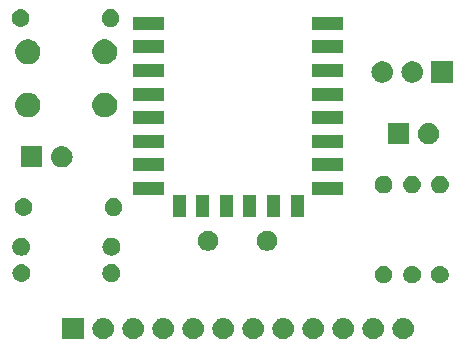
<source format=gbr>
%TF.GenerationSoftware,KiCad,Pcbnew,5.0.2-bee76a0~70~ubuntu18.04.1*%
%TF.CreationDate,2019-02-17T22:46:45-03:00*%
%TF.ProjectId,ESP12-breakout-r01,45535031-322d-4627-9265-616b6f75742d,rev?*%
%TF.SameCoordinates,Original*%
%TF.FileFunction,Soldermask,Top*%
%TF.FilePolarity,Negative*%
%FSLAX46Y46*%
G04 Gerber Fmt 4.6, Leading zero omitted, Abs format (unit mm)*
G04 Created by KiCad (PCBNEW 5.0.2-bee76a0~70~ubuntu18.04.1) date dom 17 fev 2019 22:46:45 -03*
%MOMM*%
%LPD*%
G01*
G04 APERTURE LIST*
%ADD10C,0.100000*%
G04 APERTURE END LIST*
D10*
G36*
X179307443Y-41777519D02*
X179373627Y-41784037D01*
X179486853Y-41818384D01*
X179543467Y-41835557D01*
X179682087Y-41909652D01*
X179699991Y-41919222D01*
X179735729Y-41948552D01*
X179837186Y-42031814D01*
X179920448Y-42133271D01*
X179949778Y-42169009D01*
X179949779Y-42169011D01*
X180033443Y-42325533D01*
X180033443Y-42325534D01*
X180084963Y-42495373D01*
X180102359Y-42672000D01*
X180084963Y-42848627D01*
X180050616Y-42961853D01*
X180033443Y-43018467D01*
X179959348Y-43157087D01*
X179949778Y-43174991D01*
X179920448Y-43210729D01*
X179837186Y-43312186D01*
X179735729Y-43395448D01*
X179699991Y-43424778D01*
X179699989Y-43424779D01*
X179543467Y-43508443D01*
X179486853Y-43525616D01*
X179373627Y-43559963D01*
X179307443Y-43566481D01*
X179241260Y-43573000D01*
X179152740Y-43573000D01*
X179086557Y-43566481D01*
X179020373Y-43559963D01*
X178907147Y-43525616D01*
X178850533Y-43508443D01*
X178694011Y-43424779D01*
X178694009Y-43424778D01*
X178658271Y-43395448D01*
X178556814Y-43312186D01*
X178473552Y-43210729D01*
X178444222Y-43174991D01*
X178434652Y-43157087D01*
X178360557Y-43018467D01*
X178343384Y-42961853D01*
X178309037Y-42848627D01*
X178291641Y-42672000D01*
X178309037Y-42495373D01*
X178360557Y-42325534D01*
X178360557Y-42325533D01*
X178444221Y-42169011D01*
X178444222Y-42169009D01*
X178473552Y-42133271D01*
X178556814Y-42031814D01*
X178658271Y-41948552D01*
X178694009Y-41919222D01*
X178711913Y-41909652D01*
X178850533Y-41835557D01*
X178907147Y-41818384D01*
X179020373Y-41784037D01*
X179086557Y-41777519D01*
X179152740Y-41771000D01*
X179241260Y-41771000D01*
X179307443Y-41777519D01*
X179307443Y-41777519D01*
G37*
G36*
X176767443Y-41777519D02*
X176833627Y-41784037D01*
X176946853Y-41818384D01*
X177003467Y-41835557D01*
X177142087Y-41909652D01*
X177159991Y-41919222D01*
X177195729Y-41948552D01*
X177297186Y-42031814D01*
X177380448Y-42133271D01*
X177409778Y-42169009D01*
X177409779Y-42169011D01*
X177493443Y-42325533D01*
X177493443Y-42325534D01*
X177544963Y-42495373D01*
X177562359Y-42672000D01*
X177544963Y-42848627D01*
X177510616Y-42961853D01*
X177493443Y-43018467D01*
X177419348Y-43157087D01*
X177409778Y-43174991D01*
X177380448Y-43210729D01*
X177297186Y-43312186D01*
X177195729Y-43395448D01*
X177159991Y-43424778D01*
X177159989Y-43424779D01*
X177003467Y-43508443D01*
X176946853Y-43525616D01*
X176833627Y-43559963D01*
X176767443Y-43566481D01*
X176701260Y-43573000D01*
X176612740Y-43573000D01*
X176546557Y-43566481D01*
X176480373Y-43559963D01*
X176367147Y-43525616D01*
X176310533Y-43508443D01*
X176154011Y-43424779D01*
X176154009Y-43424778D01*
X176118271Y-43395448D01*
X176016814Y-43312186D01*
X175933552Y-43210729D01*
X175904222Y-43174991D01*
X175894652Y-43157087D01*
X175820557Y-43018467D01*
X175803384Y-42961853D01*
X175769037Y-42848627D01*
X175751641Y-42672000D01*
X175769037Y-42495373D01*
X175820557Y-42325534D01*
X175820557Y-42325533D01*
X175904221Y-42169011D01*
X175904222Y-42169009D01*
X175933552Y-42133271D01*
X176016814Y-42031814D01*
X176118271Y-41948552D01*
X176154009Y-41919222D01*
X176171913Y-41909652D01*
X176310533Y-41835557D01*
X176367147Y-41818384D01*
X176480373Y-41784037D01*
X176546557Y-41777519D01*
X176612740Y-41771000D01*
X176701260Y-41771000D01*
X176767443Y-41777519D01*
X176767443Y-41777519D01*
G37*
G36*
X152158000Y-43573000D02*
X150356000Y-43573000D01*
X150356000Y-41771000D01*
X152158000Y-41771000D01*
X152158000Y-43573000D01*
X152158000Y-43573000D01*
G37*
G36*
X153907443Y-41777519D02*
X153973627Y-41784037D01*
X154086853Y-41818384D01*
X154143467Y-41835557D01*
X154282087Y-41909652D01*
X154299991Y-41919222D01*
X154335729Y-41948552D01*
X154437186Y-42031814D01*
X154520448Y-42133271D01*
X154549778Y-42169009D01*
X154549779Y-42169011D01*
X154633443Y-42325533D01*
X154633443Y-42325534D01*
X154684963Y-42495373D01*
X154702359Y-42672000D01*
X154684963Y-42848627D01*
X154650616Y-42961853D01*
X154633443Y-43018467D01*
X154559348Y-43157087D01*
X154549778Y-43174991D01*
X154520448Y-43210729D01*
X154437186Y-43312186D01*
X154335729Y-43395448D01*
X154299991Y-43424778D01*
X154299989Y-43424779D01*
X154143467Y-43508443D01*
X154086853Y-43525616D01*
X153973627Y-43559963D01*
X153907443Y-43566481D01*
X153841260Y-43573000D01*
X153752740Y-43573000D01*
X153686557Y-43566481D01*
X153620373Y-43559963D01*
X153507147Y-43525616D01*
X153450533Y-43508443D01*
X153294011Y-43424779D01*
X153294009Y-43424778D01*
X153258271Y-43395448D01*
X153156814Y-43312186D01*
X153073552Y-43210729D01*
X153044222Y-43174991D01*
X153034652Y-43157087D01*
X152960557Y-43018467D01*
X152943384Y-42961853D01*
X152909037Y-42848627D01*
X152891641Y-42672000D01*
X152909037Y-42495373D01*
X152960557Y-42325534D01*
X152960557Y-42325533D01*
X153044221Y-42169011D01*
X153044222Y-42169009D01*
X153073552Y-42133271D01*
X153156814Y-42031814D01*
X153258271Y-41948552D01*
X153294009Y-41919222D01*
X153311913Y-41909652D01*
X153450533Y-41835557D01*
X153507147Y-41818384D01*
X153620373Y-41784037D01*
X153686557Y-41777519D01*
X153752740Y-41771000D01*
X153841260Y-41771000D01*
X153907443Y-41777519D01*
X153907443Y-41777519D01*
G37*
G36*
X156447443Y-41777519D02*
X156513627Y-41784037D01*
X156626853Y-41818384D01*
X156683467Y-41835557D01*
X156822087Y-41909652D01*
X156839991Y-41919222D01*
X156875729Y-41948552D01*
X156977186Y-42031814D01*
X157060448Y-42133271D01*
X157089778Y-42169009D01*
X157089779Y-42169011D01*
X157173443Y-42325533D01*
X157173443Y-42325534D01*
X157224963Y-42495373D01*
X157242359Y-42672000D01*
X157224963Y-42848627D01*
X157190616Y-42961853D01*
X157173443Y-43018467D01*
X157099348Y-43157087D01*
X157089778Y-43174991D01*
X157060448Y-43210729D01*
X156977186Y-43312186D01*
X156875729Y-43395448D01*
X156839991Y-43424778D01*
X156839989Y-43424779D01*
X156683467Y-43508443D01*
X156626853Y-43525616D01*
X156513627Y-43559963D01*
X156447443Y-43566481D01*
X156381260Y-43573000D01*
X156292740Y-43573000D01*
X156226557Y-43566481D01*
X156160373Y-43559963D01*
X156047147Y-43525616D01*
X155990533Y-43508443D01*
X155834011Y-43424779D01*
X155834009Y-43424778D01*
X155798271Y-43395448D01*
X155696814Y-43312186D01*
X155613552Y-43210729D01*
X155584222Y-43174991D01*
X155574652Y-43157087D01*
X155500557Y-43018467D01*
X155483384Y-42961853D01*
X155449037Y-42848627D01*
X155431641Y-42672000D01*
X155449037Y-42495373D01*
X155500557Y-42325534D01*
X155500557Y-42325533D01*
X155584221Y-42169011D01*
X155584222Y-42169009D01*
X155613552Y-42133271D01*
X155696814Y-42031814D01*
X155798271Y-41948552D01*
X155834009Y-41919222D01*
X155851913Y-41909652D01*
X155990533Y-41835557D01*
X156047147Y-41818384D01*
X156160373Y-41784037D01*
X156226557Y-41777519D01*
X156292740Y-41771000D01*
X156381260Y-41771000D01*
X156447443Y-41777519D01*
X156447443Y-41777519D01*
G37*
G36*
X158987443Y-41777519D02*
X159053627Y-41784037D01*
X159166853Y-41818384D01*
X159223467Y-41835557D01*
X159362087Y-41909652D01*
X159379991Y-41919222D01*
X159415729Y-41948552D01*
X159517186Y-42031814D01*
X159600448Y-42133271D01*
X159629778Y-42169009D01*
X159629779Y-42169011D01*
X159713443Y-42325533D01*
X159713443Y-42325534D01*
X159764963Y-42495373D01*
X159782359Y-42672000D01*
X159764963Y-42848627D01*
X159730616Y-42961853D01*
X159713443Y-43018467D01*
X159639348Y-43157087D01*
X159629778Y-43174991D01*
X159600448Y-43210729D01*
X159517186Y-43312186D01*
X159415729Y-43395448D01*
X159379991Y-43424778D01*
X159379989Y-43424779D01*
X159223467Y-43508443D01*
X159166853Y-43525616D01*
X159053627Y-43559963D01*
X158987443Y-43566481D01*
X158921260Y-43573000D01*
X158832740Y-43573000D01*
X158766557Y-43566481D01*
X158700373Y-43559963D01*
X158587147Y-43525616D01*
X158530533Y-43508443D01*
X158374011Y-43424779D01*
X158374009Y-43424778D01*
X158338271Y-43395448D01*
X158236814Y-43312186D01*
X158153552Y-43210729D01*
X158124222Y-43174991D01*
X158114652Y-43157087D01*
X158040557Y-43018467D01*
X158023384Y-42961853D01*
X157989037Y-42848627D01*
X157971641Y-42672000D01*
X157989037Y-42495373D01*
X158040557Y-42325534D01*
X158040557Y-42325533D01*
X158124221Y-42169011D01*
X158124222Y-42169009D01*
X158153552Y-42133271D01*
X158236814Y-42031814D01*
X158338271Y-41948552D01*
X158374009Y-41919222D01*
X158391913Y-41909652D01*
X158530533Y-41835557D01*
X158587147Y-41818384D01*
X158700373Y-41784037D01*
X158766557Y-41777519D01*
X158832740Y-41771000D01*
X158921260Y-41771000D01*
X158987443Y-41777519D01*
X158987443Y-41777519D01*
G37*
G36*
X161527443Y-41777519D02*
X161593627Y-41784037D01*
X161706853Y-41818384D01*
X161763467Y-41835557D01*
X161902087Y-41909652D01*
X161919991Y-41919222D01*
X161955729Y-41948552D01*
X162057186Y-42031814D01*
X162140448Y-42133271D01*
X162169778Y-42169009D01*
X162169779Y-42169011D01*
X162253443Y-42325533D01*
X162253443Y-42325534D01*
X162304963Y-42495373D01*
X162322359Y-42672000D01*
X162304963Y-42848627D01*
X162270616Y-42961853D01*
X162253443Y-43018467D01*
X162179348Y-43157087D01*
X162169778Y-43174991D01*
X162140448Y-43210729D01*
X162057186Y-43312186D01*
X161955729Y-43395448D01*
X161919991Y-43424778D01*
X161919989Y-43424779D01*
X161763467Y-43508443D01*
X161706853Y-43525616D01*
X161593627Y-43559963D01*
X161527443Y-43566481D01*
X161461260Y-43573000D01*
X161372740Y-43573000D01*
X161306557Y-43566481D01*
X161240373Y-43559963D01*
X161127147Y-43525616D01*
X161070533Y-43508443D01*
X160914011Y-43424779D01*
X160914009Y-43424778D01*
X160878271Y-43395448D01*
X160776814Y-43312186D01*
X160693552Y-43210729D01*
X160664222Y-43174991D01*
X160654652Y-43157087D01*
X160580557Y-43018467D01*
X160563384Y-42961853D01*
X160529037Y-42848627D01*
X160511641Y-42672000D01*
X160529037Y-42495373D01*
X160580557Y-42325534D01*
X160580557Y-42325533D01*
X160664221Y-42169011D01*
X160664222Y-42169009D01*
X160693552Y-42133271D01*
X160776814Y-42031814D01*
X160878271Y-41948552D01*
X160914009Y-41919222D01*
X160931913Y-41909652D01*
X161070533Y-41835557D01*
X161127147Y-41818384D01*
X161240373Y-41784037D01*
X161306557Y-41777519D01*
X161372740Y-41771000D01*
X161461260Y-41771000D01*
X161527443Y-41777519D01*
X161527443Y-41777519D01*
G37*
G36*
X166607443Y-41777519D02*
X166673627Y-41784037D01*
X166786853Y-41818384D01*
X166843467Y-41835557D01*
X166982087Y-41909652D01*
X166999991Y-41919222D01*
X167035729Y-41948552D01*
X167137186Y-42031814D01*
X167220448Y-42133271D01*
X167249778Y-42169009D01*
X167249779Y-42169011D01*
X167333443Y-42325533D01*
X167333443Y-42325534D01*
X167384963Y-42495373D01*
X167402359Y-42672000D01*
X167384963Y-42848627D01*
X167350616Y-42961853D01*
X167333443Y-43018467D01*
X167259348Y-43157087D01*
X167249778Y-43174991D01*
X167220448Y-43210729D01*
X167137186Y-43312186D01*
X167035729Y-43395448D01*
X166999991Y-43424778D01*
X166999989Y-43424779D01*
X166843467Y-43508443D01*
X166786853Y-43525616D01*
X166673627Y-43559963D01*
X166607443Y-43566481D01*
X166541260Y-43573000D01*
X166452740Y-43573000D01*
X166386557Y-43566481D01*
X166320373Y-43559963D01*
X166207147Y-43525616D01*
X166150533Y-43508443D01*
X165994011Y-43424779D01*
X165994009Y-43424778D01*
X165958271Y-43395448D01*
X165856814Y-43312186D01*
X165773552Y-43210729D01*
X165744222Y-43174991D01*
X165734652Y-43157087D01*
X165660557Y-43018467D01*
X165643384Y-42961853D01*
X165609037Y-42848627D01*
X165591641Y-42672000D01*
X165609037Y-42495373D01*
X165660557Y-42325534D01*
X165660557Y-42325533D01*
X165744221Y-42169011D01*
X165744222Y-42169009D01*
X165773552Y-42133271D01*
X165856814Y-42031814D01*
X165958271Y-41948552D01*
X165994009Y-41919222D01*
X166011913Y-41909652D01*
X166150533Y-41835557D01*
X166207147Y-41818384D01*
X166320373Y-41784037D01*
X166386557Y-41777519D01*
X166452740Y-41771000D01*
X166541260Y-41771000D01*
X166607443Y-41777519D01*
X166607443Y-41777519D01*
G37*
G36*
X169147443Y-41777519D02*
X169213627Y-41784037D01*
X169326853Y-41818384D01*
X169383467Y-41835557D01*
X169522087Y-41909652D01*
X169539991Y-41919222D01*
X169575729Y-41948552D01*
X169677186Y-42031814D01*
X169760448Y-42133271D01*
X169789778Y-42169009D01*
X169789779Y-42169011D01*
X169873443Y-42325533D01*
X169873443Y-42325534D01*
X169924963Y-42495373D01*
X169942359Y-42672000D01*
X169924963Y-42848627D01*
X169890616Y-42961853D01*
X169873443Y-43018467D01*
X169799348Y-43157087D01*
X169789778Y-43174991D01*
X169760448Y-43210729D01*
X169677186Y-43312186D01*
X169575729Y-43395448D01*
X169539991Y-43424778D01*
X169539989Y-43424779D01*
X169383467Y-43508443D01*
X169326853Y-43525616D01*
X169213627Y-43559963D01*
X169147443Y-43566481D01*
X169081260Y-43573000D01*
X168992740Y-43573000D01*
X168926557Y-43566481D01*
X168860373Y-43559963D01*
X168747147Y-43525616D01*
X168690533Y-43508443D01*
X168534011Y-43424779D01*
X168534009Y-43424778D01*
X168498271Y-43395448D01*
X168396814Y-43312186D01*
X168313552Y-43210729D01*
X168284222Y-43174991D01*
X168274652Y-43157087D01*
X168200557Y-43018467D01*
X168183384Y-42961853D01*
X168149037Y-42848627D01*
X168131641Y-42672000D01*
X168149037Y-42495373D01*
X168200557Y-42325534D01*
X168200557Y-42325533D01*
X168284221Y-42169011D01*
X168284222Y-42169009D01*
X168313552Y-42133271D01*
X168396814Y-42031814D01*
X168498271Y-41948552D01*
X168534009Y-41919222D01*
X168551913Y-41909652D01*
X168690533Y-41835557D01*
X168747147Y-41818384D01*
X168860373Y-41784037D01*
X168926557Y-41777519D01*
X168992740Y-41771000D01*
X169081260Y-41771000D01*
X169147443Y-41777519D01*
X169147443Y-41777519D01*
G37*
G36*
X171687443Y-41777519D02*
X171753627Y-41784037D01*
X171866853Y-41818384D01*
X171923467Y-41835557D01*
X172062087Y-41909652D01*
X172079991Y-41919222D01*
X172115729Y-41948552D01*
X172217186Y-42031814D01*
X172300448Y-42133271D01*
X172329778Y-42169009D01*
X172329779Y-42169011D01*
X172413443Y-42325533D01*
X172413443Y-42325534D01*
X172464963Y-42495373D01*
X172482359Y-42672000D01*
X172464963Y-42848627D01*
X172430616Y-42961853D01*
X172413443Y-43018467D01*
X172339348Y-43157087D01*
X172329778Y-43174991D01*
X172300448Y-43210729D01*
X172217186Y-43312186D01*
X172115729Y-43395448D01*
X172079991Y-43424778D01*
X172079989Y-43424779D01*
X171923467Y-43508443D01*
X171866853Y-43525616D01*
X171753627Y-43559963D01*
X171687443Y-43566481D01*
X171621260Y-43573000D01*
X171532740Y-43573000D01*
X171466557Y-43566481D01*
X171400373Y-43559963D01*
X171287147Y-43525616D01*
X171230533Y-43508443D01*
X171074011Y-43424779D01*
X171074009Y-43424778D01*
X171038271Y-43395448D01*
X170936814Y-43312186D01*
X170853552Y-43210729D01*
X170824222Y-43174991D01*
X170814652Y-43157087D01*
X170740557Y-43018467D01*
X170723384Y-42961853D01*
X170689037Y-42848627D01*
X170671641Y-42672000D01*
X170689037Y-42495373D01*
X170740557Y-42325534D01*
X170740557Y-42325533D01*
X170824221Y-42169011D01*
X170824222Y-42169009D01*
X170853552Y-42133271D01*
X170936814Y-42031814D01*
X171038271Y-41948552D01*
X171074009Y-41919222D01*
X171091913Y-41909652D01*
X171230533Y-41835557D01*
X171287147Y-41818384D01*
X171400373Y-41784037D01*
X171466557Y-41777519D01*
X171532740Y-41771000D01*
X171621260Y-41771000D01*
X171687443Y-41777519D01*
X171687443Y-41777519D01*
G37*
G36*
X174227443Y-41777519D02*
X174293627Y-41784037D01*
X174406853Y-41818384D01*
X174463467Y-41835557D01*
X174602087Y-41909652D01*
X174619991Y-41919222D01*
X174655729Y-41948552D01*
X174757186Y-42031814D01*
X174840448Y-42133271D01*
X174869778Y-42169009D01*
X174869779Y-42169011D01*
X174953443Y-42325533D01*
X174953443Y-42325534D01*
X175004963Y-42495373D01*
X175022359Y-42672000D01*
X175004963Y-42848627D01*
X174970616Y-42961853D01*
X174953443Y-43018467D01*
X174879348Y-43157087D01*
X174869778Y-43174991D01*
X174840448Y-43210729D01*
X174757186Y-43312186D01*
X174655729Y-43395448D01*
X174619991Y-43424778D01*
X174619989Y-43424779D01*
X174463467Y-43508443D01*
X174406853Y-43525616D01*
X174293627Y-43559963D01*
X174227443Y-43566481D01*
X174161260Y-43573000D01*
X174072740Y-43573000D01*
X174006557Y-43566481D01*
X173940373Y-43559963D01*
X173827147Y-43525616D01*
X173770533Y-43508443D01*
X173614011Y-43424779D01*
X173614009Y-43424778D01*
X173578271Y-43395448D01*
X173476814Y-43312186D01*
X173393552Y-43210729D01*
X173364222Y-43174991D01*
X173354652Y-43157087D01*
X173280557Y-43018467D01*
X173263384Y-42961853D01*
X173229037Y-42848627D01*
X173211641Y-42672000D01*
X173229037Y-42495373D01*
X173280557Y-42325534D01*
X173280557Y-42325533D01*
X173364221Y-42169011D01*
X173364222Y-42169009D01*
X173393552Y-42133271D01*
X173476814Y-42031814D01*
X173578271Y-41948552D01*
X173614009Y-41919222D01*
X173631913Y-41909652D01*
X173770533Y-41835557D01*
X173827147Y-41818384D01*
X173940373Y-41784037D01*
X174006557Y-41777519D01*
X174072740Y-41771000D01*
X174161260Y-41771000D01*
X174227443Y-41777519D01*
X174227443Y-41777519D01*
G37*
G36*
X164067443Y-41777519D02*
X164133627Y-41784037D01*
X164246853Y-41818384D01*
X164303467Y-41835557D01*
X164442087Y-41909652D01*
X164459991Y-41919222D01*
X164495729Y-41948552D01*
X164597186Y-42031814D01*
X164680448Y-42133271D01*
X164709778Y-42169009D01*
X164709779Y-42169011D01*
X164793443Y-42325533D01*
X164793443Y-42325534D01*
X164844963Y-42495373D01*
X164862359Y-42672000D01*
X164844963Y-42848627D01*
X164810616Y-42961853D01*
X164793443Y-43018467D01*
X164719348Y-43157087D01*
X164709778Y-43174991D01*
X164680448Y-43210729D01*
X164597186Y-43312186D01*
X164495729Y-43395448D01*
X164459991Y-43424778D01*
X164459989Y-43424779D01*
X164303467Y-43508443D01*
X164246853Y-43525616D01*
X164133627Y-43559963D01*
X164067443Y-43566481D01*
X164001260Y-43573000D01*
X163912740Y-43573000D01*
X163846557Y-43566481D01*
X163780373Y-43559963D01*
X163667147Y-43525616D01*
X163610533Y-43508443D01*
X163454011Y-43424779D01*
X163454009Y-43424778D01*
X163418271Y-43395448D01*
X163316814Y-43312186D01*
X163233552Y-43210729D01*
X163204222Y-43174991D01*
X163194652Y-43157087D01*
X163120557Y-43018467D01*
X163103384Y-42961853D01*
X163069037Y-42848627D01*
X163051641Y-42672000D01*
X163069037Y-42495373D01*
X163120557Y-42325534D01*
X163120557Y-42325533D01*
X163204221Y-42169011D01*
X163204222Y-42169009D01*
X163233552Y-42133271D01*
X163316814Y-42031814D01*
X163418271Y-41948552D01*
X163454009Y-41919222D01*
X163471913Y-41909652D01*
X163610533Y-41835557D01*
X163667147Y-41818384D01*
X163780373Y-41784037D01*
X163846557Y-41777519D01*
X163912740Y-41771000D01*
X164001260Y-41771000D01*
X164067443Y-41777519D01*
X164067443Y-41777519D01*
G37*
G36*
X177678004Y-37360544D02*
X177765059Y-37377860D01*
X177901732Y-37434472D01*
X178023079Y-37515554D01*
X178024738Y-37516662D01*
X178129338Y-37621262D01*
X178129340Y-37621265D01*
X178211528Y-37744268D01*
X178268140Y-37880941D01*
X178285456Y-37967996D01*
X178297000Y-38026031D01*
X178297000Y-38173969D01*
X178285456Y-38232004D01*
X178268140Y-38319059D01*
X178211528Y-38455732D01*
X178211527Y-38455733D01*
X178129338Y-38578738D01*
X178024738Y-38683338D01*
X178024735Y-38683340D01*
X177901732Y-38765528D01*
X177765059Y-38822140D01*
X177678004Y-38839456D01*
X177619969Y-38851000D01*
X177472031Y-38851000D01*
X177413996Y-38839456D01*
X177326941Y-38822140D01*
X177190268Y-38765528D01*
X177067265Y-38683340D01*
X177067262Y-38683338D01*
X176962662Y-38578738D01*
X176880473Y-38455733D01*
X176880472Y-38455732D01*
X176823860Y-38319059D01*
X176806544Y-38232004D01*
X176795000Y-38173969D01*
X176795000Y-38026031D01*
X176806544Y-37967996D01*
X176823860Y-37880941D01*
X176880472Y-37744268D01*
X176962660Y-37621265D01*
X176962662Y-37621262D01*
X177067262Y-37516662D01*
X177068921Y-37515554D01*
X177190268Y-37434472D01*
X177326941Y-37377860D01*
X177413996Y-37360544D01*
X177472031Y-37349000D01*
X177619969Y-37349000D01*
X177678004Y-37360544D01*
X177678004Y-37360544D01*
G37*
G36*
X182440504Y-37360544D02*
X182527559Y-37377860D01*
X182664232Y-37434472D01*
X182785579Y-37515554D01*
X182787238Y-37516662D01*
X182891838Y-37621262D01*
X182891840Y-37621265D01*
X182974028Y-37744268D01*
X183030640Y-37880941D01*
X183047956Y-37967996D01*
X183059500Y-38026031D01*
X183059500Y-38173969D01*
X183047956Y-38232004D01*
X183030640Y-38319059D01*
X182974028Y-38455732D01*
X182974027Y-38455733D01*
X182891838Y-38578738D01*
X182787238Y-38683338D01*
X182787235Y-38683340D01*
X182664232Y-38765528D01*
X182527559Y-38822140D01*
X182440504Y-38839456D01*
X182382469Y-38851000D01*
X182234531Y-38851000D01*
X182176496Y-38839456D01*
X182089441Y-38822140D01*
X181952768Y-38765528D01*
X181829765Y-38683340D01*
X181829762Y-38683338D01*
X181725162Y-38578738D01*
X181642973Y-38455733D01*
X181642972Y-38455732D01*
X181586360Y-38319059D01*
X181569044Y-38232004D01*
X181557500Y-38173969D01*
X181557500Y-38026031D01*
X181569044Y-37967996D01*
X181586360Y-37880941D01*
X181642972Y-37744268D01*
X181725160Y-37621265D01*
X181725162Y-37621262D01*
X181829762Y-37516662D01*
X181831421Y-37515554D01*
X181952768Y-37434472D01*
X182089441Y-37377860D01*
X182176496Y-37360544D01*
X182234531Y-37349000D01*
X182382469Y-37349000D01*
X182440504Y-37360544D01*
X182440504Y-37360544D01*
G37*
G36*
X180091004Y-37360544D02*
X180178059Y-37377860D01*
X180314732Y-37434472D01*
X180436079Y-37515554D01*
X180437738Y-37516662D01*
X180542338Y-37621262D01*
X180542340Y-37621265D01*
X180624528Y-37744268D01*
X180681140Y-37880941D01*
X180698456Y-37967996D01*
X180710000Y-38026031D01*
X180710000Y-38173969D01*
X180698456Y-38232004D01*
X180681140Y-38319059D01*
X180624528Y-38455732D01*
X180624527Y-38455733D01*
X180542338Y-38578738D01*
X180437738Y-38683338D01*
X180437735Y-38683340D01*
X180314732Y-38765528D01*
X180178059Y-38822140D01*
X180091004Y-38839456D01*
X180032969Y-38851000D01*
X179885031Y-38851000D01*
X179826996Y-38839456D01*
X179739941Y-38822140D01*
X179603268Y-38765528D01*
X179480265Y-38683340D01*
X179480262Y-38683338D01*
X179375662Y-38578738D01*
X179293473Y-38455733D01*
X179293472Y-38455732D01*
X179236860Y-38319059D01*
X179219544Y-38232004D01*
X179208000Y-38173969D01*
X179208000Y-38026031D01*
X179219544Y-37967996D01*
X179236860Y-37880941D01*
X179293472Y-37744268D01*
X179375660Y-37621265D01*
X179375662Y-37621262D01*
X179480262Y-37516662D01*
X179481921Y-37515554D01*
X179603268Y-37434472D01*
X179739941Y-37377860D01*
X179826996Y-37360544D01*
X179885031Y-37349000D01*
X180032969Y-37349000D01*
X180091004Y-37360544D01*
X180091004Y-37360544D01*
G37*
G36*
X146949165Y-37225622D02*
X147022722Y-37232867D01*
X147164286Y-37275810D01*
X147294752Y-37345546D01*
X147409106Y-37439394D01*
X147502954Y-37553748D01*
X147572690Y-37684214D01*
X147615633Y-37825778D01*
X147630133Y-37973000D01*
X147615633Y-38120222D01*
X147572690Y-38261786D01*
X147502954Y-38392252D01*
X147409106Y-38506606D01*
X147294752Y-38600454D01*
X147164286Y-38670190D01*
X147022722Y-38713133D01*
X146949165Y-38720378D01*
X146912388Y-38724000D01*
X146838612Y-38724000D01*
X146801835Y-38720378D01*
X146728278Y-38713133D01*
X146586714Y-38670190D01*
X146456248Y-38600454D01*
X146341894Y-38506606D01*
X146248046Y-38392252D01*
X146178310Y-38261786D01*
X146135367Y-38120222D01*
X146120867Y-37973000D01*
X146135367Y-37825778D01*
X146178310Y-37684214D01*
X146248046Y-37553748D01*
X146341894Y-37439394D01*
X146456248Y-37345546D01*
X146586714Y-37275810D01*
X146728278Y-37232867D01*
X146801835Y-37225622D01*
X146838612Y-37222000D01*
X146912388Y-37222000D01*
X146949165Y-37225622D01*
X146949165Y-37225622D01*
G37*
G36*
X154624100Y-37232867D02*
X154714559Y-37250860D01*
X154851232Y-37307472D01*
X154908215Y-37345547D01*
X154974238Y-37389662D01*
X155078838Y-37494262D01*
X155078840Y-37494265D01*
X155161028Y-37617268D01*
X155217640Y-37753941D01*
X155231929Y-37825778D01*
X155242902Y-37880941D01*
X155246500Y-37899033D01*
X155246500Y-38046967D01*
X155217640Y-38192059D01*
X155161028Y-38328732D01*
X155079946Y-38450079D01*
X155078838Y-38451738D01*
X154974238Y-38556338D01*
X154974235Y-38556340D01*
X154851232Y-38638528D01*
X154714559Y-38695140D01*
X154627504Y-38712456D01*
X154569469Y-38724000D01*
X154421531Y-38724000D01*
X154363496Y-38712456D01*
X154276441Y-38695140D01*
X154139768Y-38638528D01*
X154016765Y-38556340D01*
X154016762Y-38556338D01*
X153912162Y-38451738D01*
X153911054Y-38450079D01*
X153829972Y-38328732D01*
X153773360Y-38192059D01*
X153744500Y-38046967D01*
X153744500Y-37899033D01*
X153748099Y-37880941D01*
X153759071Y-37825778D01*
X153773360Y-37753941D01*
X153829972Y-37617268D01*
X153912160Y-37494265D01*
X153912162Y-37494262D01*
X154016762Y-37389662D01*
X154082785Y-37345547D01*
X154139768Y-37307472D01*
X154276441Y-37250860D01*
X154366900Y-37232867D01*
X154421531Y-37222000D01*
X154569469Y-37222000D01*
X154624100Y-37232867D01*
X154624100Y-37232867D01*
G37*
G36*
X147004100Y-35010367D02*
X147094559Y-35028360D01*
X147231232Y-35084972D01*
X147288215Y-35123047D01*
X147354238Y-35167162D01*
X147458838Y-35271762D01*
X147458840Y-35271765D01*
X147541028Y-35394768D01*
X147597640Y-35531441D01*
X147626500Y-35676533D01*
X147626500Y-35824467D01*
X147597640Y-35969559D01*
X147541028Y-36106232D01*
X147459946Y-36227579D01*
X147458838Y-36229238D01*
X147354238Y-36333838D01*
X147354235Y-36333840D01*
X147231232Y-36416028D01*
X147094559Y-36472640D01*
X147007504Y-36489956D01*
X146949469Y-36501500D01*
X146801531Y-36501500D01*
X146743496Y-36489956D01*
X146656441Y-36472640D01*
X146519768Y-36416028D01*
X146396765Y-36333840D01*
X146396762Y-36333838D01*
X146292162Y-36229238D01*
X146291054Y-36227579D01*
X146209972Y-36106232D01*
X146153360Y-35969559D01*
X146124500Y-35824467D01*
X146124500Y-35676533D01*
X146153360Y-35531441D01*
X146209972Y-35394768D01*
X146292160Y-35271765D01*
X146292162Y-35271762D01*
X146396762Y-35167162D01*
X146462785Y-35123047D01*
X146519768Y-35084972D01*
X146656441Y-35028360D01*
X146746900Y-35010367D01*
X146801531Y-34999500D01*
X146949469Y-34999500D01*
X147004100Y-35010367D01*
X147004100Y-35010367D01*
G37*
G36*
X154569165Y-35003122D02*
X154642722Y-35010367D01*
X154784286Y-35053310D01*
X154914752Y-35123046D01*
X155029106Y-35216894D01*
X155122954Y-35331248D01*
X155192690Y-35461714D01*
X155235633Y-35603278D01*
X155250133Y-35750500D01*
X155235633Y-35897722D01*
X155192690Y-36039286D01*
X155122954Y-36169752D01*
X155029106Y-36284106D01*
X154914752Y-36377954D01*
X154784286Y-36447690D01*
X154642722Y-36490633D01*
X154569165Y-36497878D01*
X154532388Y-36501500D01*
X154458612Y-36501500D01*
X154421835Y-36497878D01*
X154348278Y-36490633D01*
X154206714Y-36447690D01*
X154076248Y-36377954D01*
X153961894Y-36284106D01*
X153868046Y-36169752D01*
X153798310Y-36039286D01*
X153755367Y-35897722D01*
X153740867Y-35750500D01*
X153755367Y-35603278D01*
X153798310Y-35461714D01*
X153868046Y-35331248D01*
X153961894Y-35216894D01*
X154076248Y-35123046D01*
X154206714Y-35053310D01*
X154348278Y-35010367D01*
X154421835Y-35003122D01*
X154458612Y-34999500D01*
X154532388Y-34999500D01*
X154569165Y-35003122D01*
X154569165Y-35003122D01*
G37*
G36*
X167935228Y-34424203D02*
X168090100Y-34488353D01*
X168229481Y-34581485D01*
X168348015Y-34700019D01*
X168441147Y-34839400D01*
X168505297Y-34994272D01*
X168538000Y-35158684D01*
X168538000Y-35326316D01*
X168505297Y-35490728D01*
X168441147Y-35645600D01*
X168348015Y-35784981D01*
X168229481Y-35903515D01*
X168090100Y-35996647D01*
X167935228Y-36060797D01*
X167770816Y-36093500D01*
X167603184Y-36093500D01*
X167438772Y-36060797D01*
X167283900Y-35996647D01*
X167144519Y-35903515D01*
X167025985Y-35784981D01*
X166932853Y-35645600D01*
X166868703Y-35490728D01*
X166836000Y-35326316D01*
X166836000Y-35158684D01*
X166868703Y-34994272D01*
X166932853Y-34839400D01*
X167025985Y-34700019D01*
X167144519Y-34581485D01*
X167283900Y-34488353D01*
X167438772Y-34424203D01*
X167603184Y-34391500D01*
X167770816Y-34391500D01*
X167935228Y-34424203D01*
X167935228Y-34424203D01*
G37*
G36*
X162935228Y-34424203D02*
X163090100Y-34488353D01*
X163229481Y-34581485D01*
X163348015Y-34700019D01*
X163441147Y-34839400D01*
X163505297Y-34994272D01*
X163538000Y-35158684D01*
X163538000Y-35326316D01*
X163505297Y-35490728D01*
X163441147Y-35645600D01*
X163348015Y-35784981D01*
X163229481Y-35903515D01*
X163090100Y-35996647D01*
X162935228Y-36060797D01*
X162770816Y-36093500D01*
X162603184Y-36093500D01*
X162438772Y-36060797D01*
X162283900Y-35996647D01*
X162144519Y-35903515D01*
X162025985Y-35784981D01*
X161932853Y-35645600D01*
X161868703Y-35490728D01*
X161836000Y-35326316D01*
X161836000Y-35158684D01*
X161868703Y-34994272D01*
X161932853Y-34839400D01*
X162025985Y-34700019D01*
X162144519Y-34581485D01*
X162283900Y-34488353D01*
X162438772Y-34424203D01*
X162603184Y-34391500D01*
X162770816Y-34391500D01*
X162935228Y-34424203D01*
X162935228Y-34424203D01*
G37*
G36*
X160778000Y-33271000D02*
X159676000Y-33271000D01*
X159676000Y-31369000D01*
X160778000Y-31369000D01*
X160778000Y-33271000D01*
X160778000Y-33271000D01*
G37*
G36*
X170778000Y-33271000D02*
X169676000Y-33271000D01*
X169676000Y-31369000D01*
X170778000Y-31369000D01*
X170778000Y-33271000D01*
X170778000Y-33271000D01*
G37*
G36*
X168778000Y-33271000D02*
X167676000Y-33271000D01*
X167676000Y-31369000D01*
X168778000Y-31369000D01*
X168778000Y-33271000D01*
X168778000Y-33271000D01*
G37*
G36*
X166778000Y-33271000D02*
X165676000Y-33271000D01*
X165676000Y-31369000D01*
X166778000Y-31369000D01*
X166778000Y-33271000D01*
X166778000Y-33271000D01*
G37*
G36*
X164778000Y-33271000D02*
X163676000Y-33271000D01*
X163676000Y-31369000D01*
X164778000Y-31369000D01*
X164778000Y-33271000D01*
X164778000Y-33271000D01*
G37*
G36*
X162778000Y-33271000D02*
X161676000Y-33271000D01*
X161676000Y-31369000D01*
X162778000Y-31369000D01*
X162778000Y-33271000D01*
X162778000Y-33271000D01*
G37*
G36*
X154814600Y-31644867D02*
X154905059Y-31662860D01*
X155041732Y-31719472D01*
X155098715Y-31757547D01*
X155164738Y-31801662D01*
X155269338Y-31906262D01*
X155269340Y-31906265D01*
X155351528Y-32029268D01*
X155408140Y-32165941D01*
X155437000Y-32311033D01*
X155437000Y-32458967D01*
X155408140Y-32604059D01*
X155351528Y-32740732D01*
X155270446Y-32862079D01*
X155269338Y-32863738D01*
X155164738Y-32968338D01*
X155164735Y-32968340D01*
X155041732Y-33050528D01*
X154905059Y-33107140D01*
X154818004Y-33124456D01*
X154759969Y-33136000D01*
X154612031Y-33136000D01*
X154553996Y-33124456D01*
X154466941Y-33107140D01*
X154330268Y-33050528D01*
X154207265Y-32968340D01*
X154207262Y-32968338D01*
X154102662Y-32863738D01*
X154101554Y-32862079D01*
X154020472Y-32740732D01*
X153963860Y-32604059D01*
X153935000Y-32458967D01*
X153935000Y-32311033D01*
X153963860Y-32165941D01*
X154020472Y-32029268D01*
X154102660Y-31906265D01*
X154102662Y-31906262D01*
X154207262Y-31801662D01*
X154273285Y-31757547D01*
X154330268Y-31719472D01*
X154466941Y-31662860D01*
X154557400Y-31644867D01*
X154612031Y-31634000D01*
X154759969Y-31634000D01*
X154814600Y-31644867D01*
X154814600Y-31644867D01*
G37*
G36*
X147139665Y-31637622D02*
X147213222Y-31644867D01*
X147354786Y-31687810D01*
X147485252Y-31757546D01*
X147599606Y-31851394D01*
X147693454Y-31965748D01*
X147763190Y-32096214D01*
X147806133Y-32237778D01*
X147820633Y-32385000D01*
X147806133Y-32532222D01*
X147763190Y-32673786D01*
X147693454Y-32804252D01*
X147599606Y-32918606D01*
X147485252Y-33012454D01*
X147354786Y-33082190D01*
X147213222Y-33125133D01*
X147139665Y-33132378D01*
X147102888Y-33136000D01*
X147029112Y-33136000D01*
X146992335Y-33132378D01*
X146918778Y-33125133D01*
X146777214Y-33082190D01*
X146646748Y-33012454D01*
X146532394Y-32918606D01*
X146438546Y-32804252D01*
X146368810Y-32673786D01*
X146325867Y-32532222D01*
X146311367Y-32385000D01*
X146325867Y-32237778D01*
X146368810Y-32096214D01*
X146438546Y-31965748D01*
X146532394Y-31851394D01*
X146646748Y-31757546D01*
X146777214Y-31687810D01*
X146918778Y-31644867D01*
X146992335Y-31637622D01*
X147029112Y-31634000D01*
X147102888Y-31634000D01*
X147139665Y-31637622D01*
X147139665Y-31637622D01*
G37*
G36*
X174128000Y-31371000D02*
X171526000Y-31371000D01*
X171526000Y-30269000D01*
X174128000Y-30269000D01*
X174128000Y-31371000D01*
X174128000Y-31371000D01*
G37*
G36*
X158928000Y-31371000D02*
X156326000Y-31371000D01*
X156326000Y-30269000D01*
X158928000Y-30269000D01*
X158928000Y-31371000D01*
X158928000Y-31371000D01*
G37*
G36*
X182382165Y-29732622D02*
X182455722Y-29739867D01*
X182597286Y-29782810D01*
X182727752Y-29852546D01*
X182842106Y-29946394D01*
X182935954Y-30060748D01*
X183005690Y-30191214D01*
X183048633Y-30332778D01*
X183063133Y-30480000D01*
X183048633Y-30627222D01*
X183005690Y-30768786D01*
X182935954Y-30899252D01*
X182842106Y-31013606D01*
X182727752Y-31107454D01*
X182597286Y-31177190D01*
X182455722Y-31220133D01*
X182382165Y-31227378D01*
X182345388Y-31231000D01*
X182271612Y-31231000D01*
X182234835Y-31227378D01*
X182161278Y-31220133D01*
X182019714Y-31177190D01*
X181889248Y-31107454D01*
X181774894Y-31013606D01*
X181681046Y-30899252D01*
X181611310Y-30768786D01*
X181568367Y-30627222D01*
X181553867Y-30480000D01*
X181568367Y-30332778D01*
X181611310Y-30191214D01*
X181681046Y-30060748D01*
X181774894Y-29946394D01*
X181889248Y-29852546D01*
X182019714Y-29782810D01*
X182161278Y-29739867D01*
X182234835Y-29732622D01*
X182271612Y-29729000D01*
X182345388Y-29729000D01*
X182382165Y-29732622D01*
X182382165Y-29732622D01*
G37*
G36*
X180032665Y-29732622D02*
X180106222Y-29739867D01*
X180247786Y-29782810D01*
X180378252Y-29852546D01*
X180492606Y-29946394D01*
X180586454Y-30060748D01*
X180656190Y-30191214D01*
X180699133Y-30332778D01*
X180713633Y-30480000D01*
X180699133Y-30627222D01*
X180656190Y-30768786D01*
X180586454Y-30899252D01*
X180492606Y-31013606D01*
X180378252Y-31107454D01*
X180247786Y-31177190D01*
X180106222Y-31220133D01*
X180032665Y-31227378D01*
X179995888Y-31231000D01*
X179922112Y-31231000D01*
X179885335Y-31227378D01*
X179811778Y-31220133D01*
X179670214Y-31177190D01*
X179539748Y-31107454D01*
X179425394Y-31013606D01*
X179331546Y-30899252D01*
X179261810Y-30768786D01*
X179218867Y-30627222D01*
X179204367Y-30480000D01*
X179218867Y-30332778D01*
X179261810Y-30191214D01*
X179331546Y-30060748D01*
X179425394Y-29946394D01*
X179539748Y-29852546D01*
X179670214Y-29782810D01*
X179811778Y-29739867D01*
X179885335Y-29732622D01*
X179922112Y-29729000D01*
X179995888Y-29729000D01*
X180032665Y-29732622D01*
X180032665Y-29732622D01*
G37*
G36*
X177619665Y-29732622D02*
X177693222Y-29739867D01*
X177834786Y-29782810D01*
X177965252Y-29852546D01*
X178079606Y-29946394D01*
X178173454Y-30060748D01*
X178243190Y-30191214D01*
X178286133Y-30332778D01*
X178300633Y-30480000D01*
X178286133Y-30627222D01*
X178243190Y-30768786D01*
X178173454Y-30899252D01*
X178079606Y-31013606D01*
X177965252Y-31107454D01*
X177834786Y-31177190D01*
X177693222Y-31220133D01*
X177619665Y-31227378D01*
X177582888Y-31231000D01*
X177509112Y-31231000D01*
X177472335Y-31227378D01*
X177398778Y-31220133D01*
X177257214Y-31177190D01*
X177126748Y-31107454D01*
X177012394Y-31013606D01*
X176918546Y-30899252D01*
X176848810Y-30768786D01*
X176805867Y-30627222D01*
X176791367Y-30480000D01*
X176805867Y-30332778D01*
X176848810Y-30191214D01*
X176918546Y-30060748D01*
X177012394Y-29946394D01*
X177126748Y-29852546D01*
X177257214Y-29782810D01*
X177398778Y-29739867D01*
X177472335Y-29732622D01*
X177509112Y-29729000D01*
X177582888Y-29729000D01*
X177619665Y-29732622D01*
X177619665Y-29732622D01*
G37*
G36*
X158928000Y-29371000D02*
X156326000Y-29371000D01*
X156326000Y-28269000D01*
X158928000Y-28269000D01*
X158928000Y-29371000D01*
X158928000Y-29371000D01*
G37*
G36*
X174128000Y-29371000D02*
X171526000Y-29371000D01*
X171526000Y-28269000D01*
X174128000Y-28269000D01*
X174128000Y-29371000D01*
X174128000Y-29371000D01*
G37*
G36*
X150414942Y-27236018D02*
X150481127Y-27242537D01*
X150594353Y-27276884D01*
X150650967Y-27294057D01*
X150789587Y-27368152D01*
X150807491Y-27377722D01*
X150843229Y-27407052D01*
X150944686Y-27490314D01*
X151027948Y-27591771D01*
X151057278Y-27627509D01*
X151057279Y-27627511D01*
X151140943Y-27784033D01*
X151140943Y-27784034D01*
X151192463Y-27953873D01*
X151209859Y-28130500D01*
X151192463Y-28307127D01*
X151158116Y-28420353D01*
X151140943Y-28476967D01*
X151066848Y-28615587D01*
X151057278Y-28633491D01*
X151027948Y-28669229D01*
X150944686Y-28770686D01*
X150843229Y-28853948D01*
X150807491Y-28883278D01*
X150807489Y-28883279D01*
X150650967Y-28966943D01*
X150594353Y-28984116D01*
X150481127Y-29018463D01*
X150414942Y-29024982D01*
X150348760Y-29031500D01*
X150260240Y-29031500D01*
X150194058Y-29024982D01*
X150127873Y-29018463D01*
X150014647Y-28984116D01*
X149958033Y-28966943D01*
X149801511Y-28883279D01*
X149801509Y-28883278D01*
X149765771Y-28853948D01*
X149664314Y-28770686D01*
X149581052Y-28669229D01*
X149551722Y-28633491D01*
X149542152Y-28615587D01*
X149468057Y-28476967D01*
X149450884Y-28420353D01*
X149416537Y-28307127D01*
X149399141Y-28130500D01*
X149416537Y-27953873D01*
X149468057Y-27784034D01*
X149468057Y-27784033D01*
X149551721Y-27627511D01*
X149551722Y-27627509D01*
X149581052Y-27591771D01*
X149664314Y-27490314D01*
X149765771Y-27407052D01*
X149801509Y-27377722D01*
X149819413Y-27368152D01*
X149958033Y-27294057D01*
X150014647Y-27276884D01*
X150127873Y-27242537D01*
X150194058Y-27236018D01*
X150260240Y-27229500D01*
X150348760Y-27229500D01*
X150414942Y-27236018D01*
X150414942Y-27236018D01*
G37*
G36*
X148665500Y-29031500D02*
X146863500Y-29031500D01*
X146863500Y-27229500D01*
X148665500Y-27229500D01*
X148665500Y-29031500D01*
X148665500Y-29031500D01*
G37*
G36*
X158928000Y-27371000D02*
X156326000Y-27371000D01*
X156326000Y-26269000D01*
X158928000Y-26269000D01*
X158928000Y-27371000D01*
X158928000Y-27371000D01*
G37*
G36*
X174128000Y-27371000D02*
X171526000Y-27371000D01*
X171526000Y-26269000D01*
X174128000Y-26269000D01*
X174128000Y-27371000D01*
X174128000Y-27371000D01*
G37*
G36*
X179717000Y-27063000D02*
X177915000Y-27063000D01*
X177915000Y-25261000D01*
X179717000Y-25261000D01*
X179717000Y-27063000D01*
X179717000Y-27063000D01*
G37*
G36*
X181466442Y-25267518D02*
X181532627Y-25274037D01*
X181645853Y-25308384D01*
X181702467Y-25325557D01*
X181841087Y-25399652D01*
X181858991Y-25409222D01*
X181894729Y-25438552D01*
X181996186Y-25521814D01*
X182079448Y-25623271D01*
X182108778Y-25659009D01*
X182108779Y-25659011D01*
X182192443Y-25815533D01*
X182192443Y-25815534D01*
X182243963Y-25985373D01*
X182261359Y-26162000D01*
X182243963Y-26338627D01*
X182209616Y-26451853D01*
X182192443Y-26508467D01*
X182118348Y-26647087D01*
X182108778Y-26664991D01*
X182079448Y-26700729D01*
X181996186Y-26802186D01*
X181894729Y-26885448D01*
X181858991Y-26914778D01*
X181858989Y-26914779D01*
X181702467Y-26998443D01*
X181645853Y-27015616D01*
X181532627Y-27049963D01*
X181466443Y-27056481D01*
X181400260Y-27063000D01*
X181311740Y-27063000D01*
X181245557Y-27056481D01*
X181179373Y-27049963D01*
X181066147Y-27015616D01*
X181009533Y-26998443D01*
X180853011Y-26914779D01*
X180853009Y-26914778D01*
X180817271Y-26885448D01*
X180715814Y-26802186D01*
X180632552Y-26700729D01*
X180603222Y-26664991D01*
X180593652Y-26647087D01*
X180519557Y-26508467D01*
X180502384Y-26451853D01*
X180468037Y-26338627D01*
X180450641Y-26162000D01*
X180468037Y-25985373D01*
X180519557Y-25815534D01*
X180519557Y-25815533D01*
X180603221Y-25659011D01*
X180603222Y-25659009D01*
X180632552Y-25623271D01*
X180715814Y-25521814D01*
X180817271Y-25438552D01*
X180853009Y-25409222D01*
X180870913Y-25399652D01*
X181009533Y-25325557D01*
X181066147Y-25308384D01*
X181179373Y-25274037D01*
X181245558Y-25267518D01*
X181311740Y-25261000D01*
X181400260Y-25261000D01*
X181466442Y-25267518D01*
X181466442Y-25267518D01*
G37*
G36*
X174128000Y-25371000D02*
X171526000Y-25371000D01*
X171526000Y-24269000D01*
X174128000Y-24269000D01*
X174128000Y-25371000D01*
X174128000Y-25371000D01*
G37*
G36*
X158928000Y-25371000D02*
X156326000Y-25371000D01*
X156326000Y-24269000D01*
X158928000Y-24269000D01*
X158928000Y-25371000D01*
X158928000Y-25371000D01*
G37*
G36*
X154230565Y-22738389D02*
X154421834Y-22817615D01*
X154593976Y-22932637D01*
X154740363Y-23079024D01*
X154855385Y-23251166D01*
X154934611Y-23442435D01*
X154975000Y-23645484D01*
X154975000Y-23852516D01*
X154934611Y-24055565D01*
X154855385Y-24246834D01*
X154740363Y-24418976D01*
X154593976Y-24565363D01*
X154421834Y-24680385D01*
X154230565Y-24759611D01*
X154027516Y-24800000D01*
X153820484Y-24800000D01*
X153617435Y-24759611D01*
X153426166Y-24680385D01*
X153254024Y-24565363D01*
X153107637Y-24418976D01*
X152992615Y-24246834D01*
X152913389Y-24055565D01*
X152873000Y-23852516D01*
X152873000Y-23645484D01*
X152913389Y-23442435D01*
X152992615Y-23251166D01*
X153107637Y-23079024D01*
X153254024Y-22932637D01*
X153426166Y-22817615D01*
X153617435Y-22738389D01*
X153820484Y-22698000D01*
X154027516Y-22698000D01*
X154230565Y-22738389D01*
X154230565Y-22738389D01*
G37*
G36*
X147730565Y-22738389D02*
X147921834Y-22817615D01*
X148093976Y-22932637D01*
X148240363Y-23079024D01*
X148355385Y-23251166D01*
X148434611Y-23442435D01*
X148475000Y-23645484D01*
X148475000Y-23852516D01*
X148434611Y-24055565D01*
X148355385Y-24246834D01*
X148240363Y-24418976D01*
X148093976Y-24565363D01*
X147921834Y-24680385D01*
X147730565Y-24759611D01*
X147527516Y-24800000D01*
X147320484Y-24800000D01*
X147117435Y-24759611D01*
X146926166Y-24680385D01*
X146754024Y-24565363D01*
X146607637Y-24418976D01*
X146492615Y-24246834D01*
X146413389Y-24055565D01*
X146373000Y-23852516D01*
X146373000Y-23645484D01*
X146413389Y-23442435D01*
X146492615Y-23251166D01*
X146607637Y-23079024D01*
X146754024Y-22932637D01*
X146926166Y-22817615D01*
X147117435Y-22738389D01*
X147320484Y-22698000D01*
X147527516Y-22698000D01*
X147730565Y-22738389D01*
X147730565Y-22738389D01*
G37*
G36*
X174128000Y-23371000D02*
X171526000Y-23371000D01*
X171526000Y-22269000D01*
X174128000Y-22269000D01*
X174128000Y-23371000D01*
X174128000Y-23371000D01*
G37*
G36*
X158928000Y-23371000D02*
X156326000Y-23371000D01*
X156326000Y-22269000D01*
X158928000Y-22269000D01*
X158928000Y-23371000D01*
X158928000Y-23371000D01*
G37*
G36*
X177529442Y-20060518D02*
X177595627Y-20067037D01*
X177708853Y-20101384D01*
X177765467Y-20118557D01*
X177881135Y-20180384D01*
X177921991Y-20202222D01*
X177957729Y-20231552D01*
X178059186Y-20314814D01*
X178142448Y-20416271D01*
X178171778Y-20452009D01*
X178171779Y-20452011D01*
X178255443Y-20608533D01*
X178255443Y-20608534D01*
X178306963Y-20778373D01*
X178324359Y-20955000D01*
X178306963Y-21131627D01*
X178272616Y-21244853D01*
X178255443Y-21301467D01*
X178218276Y-21371000D01*
X178171778Y-21457991D01*
X178142448Y-21493729D01*
X178059186Y-21595186D01*
X177957729Y-21678448D01*
X177921991Y-21707778D01*
X177921989Y-21707779D01*
X177765467Y-21791443D01*
X177708853Y-21808616D01*
X177595627Y-21842963D01*
X177529442Y-21849482D01*
X177463260Y-21856000D01*
X177374740Y-21856000D01*
X177308557Y-21849481D01*
X177242373Y-21842963D01*
X177129147Y-21808616D01*
X177072533Y-21791443D01*
X176916011Y-21707779D01*
X176916009Y-21707778D01*
X176880271Y-21678448D01*
X176778814Y-21595186D01*
X176695552Y-21493729D01*
X176666222Y-21457991D01*
X176619724Y-21371000D01*
X176582557Y-21301467D01*
X176565384Y-21244853D01*
X176531037Y-21131627D01*
X176513641Y-20955000D01*
X176531037Y-20778373D01*
X176582557Y-20608534D01*
X176582557Y-20608533D01*
X176666221Y-20452011D01*
X176666222Y-20452009D01*
X176695552Y-20416271D01*
X176778814Y-20314814D01*
X176880271Y-20231552D01*
X176916009Y-20202222D01*
X176956865Y-20180384D01*
X177072533Y-20118557D01*
X177129147Y-20101384D01*
X177242373Y-20067037D01*
X177308557Y-20060519D01*
X177374740Y-20054000D01*
X177463260Y-20054000D01*
X177529442Y-20060518D01*
X177529442Y-20060518D01*
G37*
G36*
X183400000Y-21856000D02*
X181598000Y-21856000D01*
X181598000Y-20054000D01*
X183400000Y-20054000D01*
X183400000Y-21856000D01*
X183400000Y-21856000D01*
G37*
G36*
X180069442Y-20060518D02*
X180135627Y-20067037D01*
X180248853Y-20101384D01*
X180305467Y-20118557D01*
X180421135Y-20180384D01*
X180461991Y-20202222D01*
X180497729Y-20231552D01*
X180599186Y-20314814D01*
X180682448Y-20416271D01*
X180711778Y-20452009D01*
X180711779Y-20452011D01*
X180795443Y-20608533D01*
X180795443Y-20608534D01*
X180846963Y-20778373D01*
X180864359Y-20955000D01*
X180846963Y-21131627D01*
X180812616Y-21244853D01*
X180795443Y-21301467D01*
X180758276Y-21371000D01*
X180711778Y-21457991D01*
X180682448Y-21493729D01*
X180599186Y-21595186D01*
X180497729Y-21678448D01*
X180461991Y-21707778D01*
X180461989Y-21707779D01*
X180305467Y-21791443D01*
X180248853Y-21808616D01*
X180135627Y-21842963D01*
X180069442Y-21849482D01*
X180003260Y-21856000D01*
X179914740Y-21856000D01*
X179848557Y-21849481D01*
X179782373Y-21842963D01*
X179669147Y-21808616D01*
X179612533Y-21791443D01*
X179456011Y-21707779D01*
X179456009Y-21707778D01*
X179420271Y-21678448D01*
X179318814Y-21595186D01*
X179235552Y-21493729D01*
X179206222Y-21457991D01*
X179159724Y-21371000D01*
X179122557Y-21301467D01*
X179105384Y-21244853D01*
X179071037Y-21131627D01*
X179053641Y-20955000D01*
X179071037Y-20778373D01*
X179122557Y-20608534D01*
X179122557Y-20608533D01*
X179206221Y-20452011D01*
X179206222Y-20452009D01*
X179235552Y-20416271D01*
X179318814Y-20314814D01*
X179420271Y-20231552D01*
X179456009Y-20202222D01*
X179496865Y-20180384D01*
X179612533Y-20118557D01*
X179669147Y-20101384D01*
X179782373Y-20067037D01*
X179848557Y-20060519D01*
X179914740Y-20054000D01*
X180003260Y-20054000D01*
X180069442Y-20060518D01*
X180069442Y-20060518D01*
G37*
G36*
X158928000Y-21371000D02*
X156326000Y-21371000D01*
X156326000Y-20269000D01*
X158928000Y-20269000D01*
X158928000Y-21371000D01*
X158928000Y-21371000D01*
G37*
G36*
X174128000Y-21371000D02*
X171526000Y-21371000D01*
X171526000Y-20269000D01*
X174128000Y-20269000D01*
X174128000Y-21371000D01*
X174128000Y-21371000D01*
G37*
G36*
X154230565Y-18238389D02*
X154421834Y-18317615D01*
X154593976Y-18432637D01*
X154740363Y-18579024D01*
X154855385Y-18751166D01*
X154934611Y-18942435D01*
X154975000Y-19145484D01*
X154975000Y-19352516D01*
X154934611Y-19555565D01*
X154855385Y-19746834D01*
X154740363Y-19918976D01*
X154593976Y-20065363D01*
X154421834Y-20180385D01*
X154230565Y-20259611D01*
X154027516Y-20300000D01*
X153820484Y-20300000D01*
X153617435Y-20259611D01*
X153426166Y-20180385D01*
X153254024Y-20065363D01*
X153107637Y-19918976D01*
X152992615Y-19746834D01*
X152913389Y-19555565D01*
X152873000Y-19352516D01*
X152873000Y-19145484D01*
X152913389Y-18942435D01*
X152992615Y-18751166D01*
X153107637Y-18579024D01*
X153254024Y-18432637D01*
X153426166Y-18317615D01*
X153617435Y-18238389D01*
X153820484Y-18198000D01*
X154027516Y-18198000D01*
X154230565Y-18238389D01*
X154230565Y-18238389D01*
G37*
G36*
X147730565Y-18238389D02*
X147921834Y-18317615D01*
X148093976Y-18432637D01*
X148240363Y-18579024D01*
X148355385Y-18751166D01*
X148434611Y-18942435D01*
X148475000Y-19145484D01*
X148475000Y-19352516D01*
X148434611Y-19555565D01*
X148355385Y-19746834D01*
X148240363Y-19918976D01*
X148093976Y-20065363D01*
X147921834Y-20180385D01*
X147730565Y-20259611D01*
X147527516Y-20300000D01*
X147320484Y-20300000D01*
X147117435Y-20259611D01*
X146926166Y-20180385D01*
X146754024Y-20065363D01*
X146607637Y-19918976D01*
X146492615Y-19746834D01*
X146413389Y-19555565D01*
X146373000Y-19352516D01*
X146373000Y-19145484D01*
X146413389Y-18942435D01*
X146492615Y-18751166D01*
X146607637Y-18579024D01*
X146754024Y-18432637D01*
X146926166Y-18317615D01*
X147117435Y-18238389D01*
X147320484Y-18198000D01*
X147527516Y-18198000D01*
X147730565Y-18238389D01*
X147730565Y-18238389D01*
G37*
G36*
X174128000Y-19371000D02*
X171526000Y-19371000D01*
X171526000Y-18269000D01*
X174128000Y-18269000D01*
X174128000Y-19371000D01*
X174128000Y-19371000D01*
G37*
G36*
X158928000Y-19371000D02*
X156326000Y-19371000D01*
X156326000Y-18269000D01*
X158928000Y-18269000D01*
X158928000Y-19371000D01*
X158928000Y-19371000D01*
G37*
G36*
X158928000Y-17371000D02*
X156326000Y-17371000D01*
X156326000Y-16269000D01*
X158928000Y-16269000D01*
X158928000Y-17371000D01*
X158928000Y-17371000D01*
G37*
G36*
X174128000Y-17371000D02*
X171526000Y-17371000D01*
X171526000Y-16269000D01*
X174128000Y-16269000D01*
X174128000Y-17371000D01*
X174128000Y-17371000D01*
G37*
G36*
X146885665Y-15635622D02*
X146959222Y-15642867D01*
X147100786Y-15685810D01*
X147231252Y-15755546D01*
X147345606Y-15849394D01*
X147439454Y-15963748D01*
X147509190Y-16094214D01*
X147552133Y-16235778D01*
X147566633Y-16383000D01*
X147552133Y-16530222D01*
X147509190Y-16671786D01*
X147439454Y-16802252D01*
X147345606Y-16916606D01*
X147231252Y-17010454D01*
X147100786Y-17080190D01*
X146959222Y-17123133D01*
X146885665Y-17130378D01*
X146848888Y-17134000D01*
X146775112Y-17134000D01*
X146738335Y-17130378D01*
X146664778Y-17123133D01*
X146523214Y-17080190D01*
X146392748Y-17010454D01*
X146278394Y-16916606D01*
X146184546Y-16802252D01*
X146114810Y-16671786D01*
X146071867Y-16530222D01*
X146057367Y-16383000D01*
X146071867Y-16235778D01*
X146114810Y-16094214D01*
X146184546Y-15963748D01*
X146278394Y-15849394D01*
X146392748Y-15755546D01*
X146523214Y-15685810D01*
X146664778Y-15642867D01*
X146738335Y-15635622D01*
X146775112Y-15632000D01*
X146848888Y-15632000D01*
X146885665Y-15635622D01*
X146885665Y-15635622D01*
G37*
G36*
X154560600Y-15642867D02*
X154651059Y-15660860D01*
X154787732Y-15717472D01*
X154844715Y-15755547D01*
X154910738Y-15799662D01*
X155015338Y-15904262D01*
X155015340Y-15904265D01*
X155097528Y-16027268D01*
X155154140Y-16163941D01*
X155183000Y-16309033D01*
X155183000Y-16456967D01*
X155154140Y-16602059D01*
X155097528Y-16738732D01*
X155016446Y-16860079D01*
X155015338Y-16861738D01*
X154910738Y-16966338D01*
X154910735Y-16966340D01*
X154787732Y-17048528D01*
X154651059Y-17105140D01*
X154564004Y-17122456D01*
X154505969Y-17134000D01*
X154358031Y-17134000D01*
X154299996Y-17122456D01*
X154212941Y-17105140D01*
X154076268Y-17048528D01*
X153953265Y-16966340D01*
X153953262Y-16966338D01*
X153848662Y-16861738D01*
X153847554Y-16860079D01*
X153766472Y-16738732D01*
X153709860Y-16602059D01*
X153681000Y-16456967D01*
X153681000Y-16309033D01*
X153709860Y-16163941D01*
X153766472Y-16027268D01*
X153848660Y-15904265D01*
X153848662Y-15904262D01*
X153953262Y-15799662D01*
X154019285Y-15755547D01*
X154076268Y-15717472D01*
X154212941Y-15660860D01*
X154303400Y-15642867D01*
X154358031Y-15632000D01*
X154505969Y-15632000D01*
X154560600Y-15642867D01*
X154560600Y-15642867D01*
G37*
M02*

</source>
